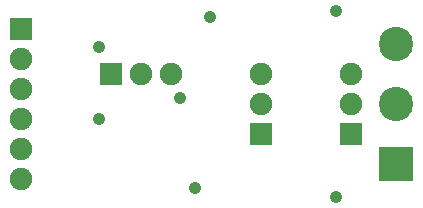
<source format=gbr>
%TF.GenerationSoftware,Altium Limited,Altium Designer,21.3.0 (21)*%
G04 Layer_Color=16711935*
%FSLAX45Y45*%
%MOMM*%
%TF.SameCoordinates,FC24DA46-C209-461C-A341-196A143AB96F*%
%TF.FilePolarity,Negative*%
%TF.FileFunction,Soldermask,Bot*%
%TF.Part,Single*%
G01*
G75*
%TA.AperFunction,ComponentPad*%
%ADD29C,1.90320*%
%ADD30R,1.90320X1.90320*%
%ADD31R,2.90320X2.90320*%
%ADD32C,2.90320*%
%ADD33R,1.90320X1.90320*%
%TA.AperFunction,ViaPad*%
%ADD34C,1.06680*%
D29*
X22860001Y19177000D02*
D03*
Y19431000D02*
D03*
Y19685001D02*
D03*
Y19939000D02*
D03*
Y20192999D02*
D03*
X25654001Y20066000D02*
D03*
Y19812000D02*
D03*
X24130000Y20066000D02*
D03*
X23875999D02*
D03*
X24892000Y19812000D02*
D03*
Y20066000D02*
D03*
D30*
X22860001Y20447000D02*
D03*
X23622000Y20066000D02*
D03*
D31*
X26035001Y19303999D02*
D03*
D32*
Y19812000D02*
D03*
Y20320000D02*
D03*
D33*
X25654001Y19558000D02*
D03*
X24892000D02*
D03*
D34*
X23520399Y19685001D02*
D03*
Y20294600D02*
D03*
X24206200Y19862801D02*
D03*
X24333200Y19100800D02*
D03*
X24460201Y20548599D02*
D03*
X25527000Y19024600D02*
D03*
Y20599400D02*
D03*
%TF.MD5,51f573e7a8996bbaef8c0c8b47ef5cf7*%
M02*

</source>
